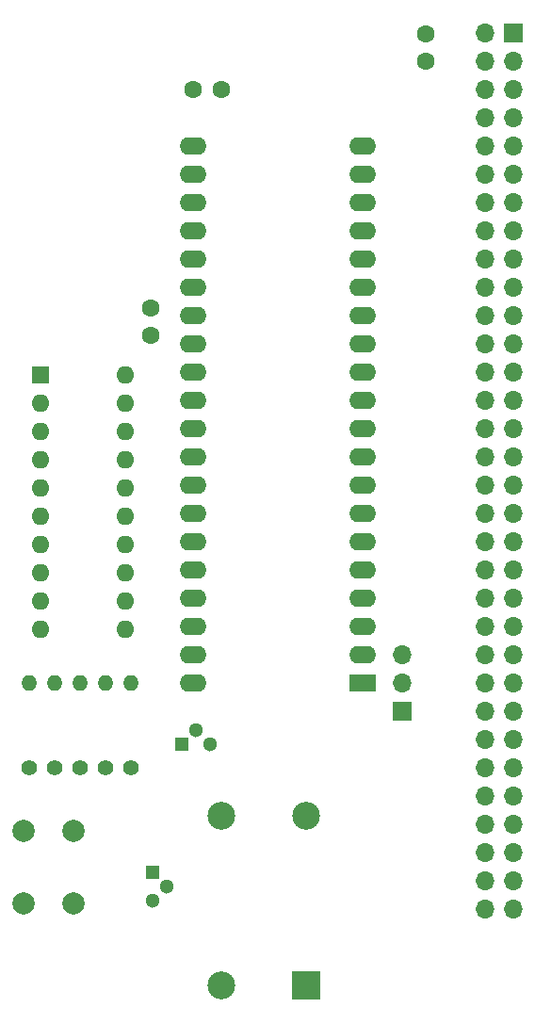
<source format=gts>
G04 #@! TF.GenerationSoftware,KiCad,Pcbnew,(6.0.1)*
G04 #@! TF.CreationDate,2022-09-17T15:16:17-04:00*
G04 #@! TF.ProjectId,LB-65CXX-01,4c422d36-3543-4585-982d-30312e6b6963,1*
G04 #@! TF.SameCoordinates,Original*
G04 #@! TF.FileFunction,Soldermask,Top*
G04 #@! TF.FilePolarity,Negative*
%FSLAX46Y46*%
G04 Gerber Fmt 4.6, Leading zero omitted, Abs format (unit mm)*
G04 Created by KiCad (PCBNEW (6.0.1)) date 2022-09-17 15:16:17*
%MOMM*%
%LPD*%
G01*
G04 APERTURE LIST*
%ADD10R,1.300000X1.300000*%
%ADD11C,1.300000*%
%ADD12R,1.700000X1.700000*%
%ADD13O,1.700000X1.700000*%
%ADD14R,2.400000X1.600000*%
%ADD15O,2.400000X1.600000*%
%ADD16C,1.400000*%
%ADD17O,1.400000X1.400000*%
%ADD18R,1.600000X1.600000*%
%ADD19O,1.600000X1.600000*%
%ADD20C,1.600000*%
%ADD21R,2.500000X2.500000*%
%ADD22C,2.500000*%
%ADD23C,2.000000*%
G04 APERTURE END LIST*
D10*
X147468000Y-130048000D03*
D11*
X148738000Y-131318000D03*
X147468000Y-132588000D03*
D12*
X179890000Y-54615000D03*
D13*
X177350000Y-54615000D03*
X179890000Y-57155000D03*
X177350000Y-57155000D03*
X179890000Y-59695000D03*
X177350000Y-59695000D03*
X179890000Y-62235000D03*
X177350000Y-62235000D03*
X179890000Y-64775000D03*
X177350000Y-64775000D03*
X179890000Y-67315000D03*
X177350000Y-67315000D03*
X179890000Y-69855000D03*
X177350000Y-69855000D03*
X179890000Y-72395000D03*
X177350000Y-72395000D03*
X179890000Y-74935000D03*
X177350000Y-74935000D03*
X179890000Y-77475000D03*
X177350000Y-77475000D03*
X179890000Y-80015000D03*
X177350000Y-80015000D03*
X179890000Y-82555000D03*
X177350000Y-82555000D03*
X179890000Y-85095000D03*
X177350000Y-85095000D03*
X179890000Y-87635000D03*
X177350000Y-87635000D03*
X179890000Y-90175000D03*
X177350000Y-90175000D03*
X179890000Y-92715000D03*
X177350000Y-92715000D03*
X179890000Y-95255000D03*
X177350000Y-95255000D03*
X179890000Y-97795000D03*
X177350000Y-97795000D03*
X179890000Y-100335000D03*
X177350000Y-100335000D03*
X179890000Y-102875000D03*
X177350000Y-102875000D03*
X179890000Y-105415000D03*
X177350000Y-105415000D03*
X179890000Y-107955000D03*
X177350000Y-107955000D03*
X179890000Y-110495000D03*
X177350000Y-110495000D03*
X179890000Y-113035000D03*
X177350000Y-113035000D03*
X179890000Y-115575000D03*
X177350000Y-115575000D03*
X179890000Y-118115000D03*
X177350000Y-118115000D03*
X179890000Y-120655000D03*
X177350000Y-120655000D03*
X179890000Y-123195000D03*
X177350000Y-123195000D03*
X179890000Y-125735000D03*
X177350000Y-125735000D03*
X179890000Y-128275000D03*
X177350000Y-128275000D03*
X179890000Y-130815000D03*
X177350000Y-130815000D03*
X179890000Y-133355000D03*
X177350000Y-133355000D03*
D14*
X166375000Y-113025000D03*
D15*
X166375000Y-110485000D03*
X166375000Y-107945000D03*
X166375000Y-105405000D03*
X166375000Y-102865000D03*
X166375000Y-100325000D03*
X166375000Y-97785000D03*
X166375000Y-95245000D03*
X166375000Y-92705000D03*
X166375000Y-90165000D03*
X166375000Y-87625000D03*
X166375000Y-85085000D03*
X166375000Y-82545000D03*
X166375000Y-80005000D03*
X166375000Y-77465000D03*
X166375000Y-74925000D03*
X166375000Y-72385000D03*
X166375000Y-69845000D03*
X166375000Y-67305000D03*
X166375000Y-64765000D03*
X151135000Y-64765000D03*
X151135000Y-67305000D03*
X151135000Y-69845000D03*
X151135000Y-72385000D03*
X151135000Y-74925000D03*
X151135000Y-77465000D03*
X151135000Y-80005000D03*
X151135000Y-82545000D03*
X151135000Y-85085000D03*
X151135000Y-87625000D03*
X151135000Y-90165000D03*
X151135000Y-92705000D03*
X151135000Y-95245000D03*
X151135000Y-97785000D03*
X151135000Y-100325000D03*
X151135000Y-102865000D03*
X151135000Y-105405000D03*
X151135000Y-107945000D03*
X151135000Y-110485000D03*
X151135000Y-113025000D03*
D16*
X145542000Y-120650000D03*
D17*
X145542000Y-113030000D03*
D16*
X140970000Y-120650000D03*
D17*
X140970000Y-113030000D03*
D16*
X136398000Y-120650000D03*
D17*
X136398000Y-113030000D03*
D10*
X150130000Y-118470000D03*
D11*
X151400000Y-117200000D03*
X152670000Y-118470000D03*
D16*
X143256000Y-120650000D03*
D17*
X143256000Y-113030000D03*
D12*
X169926000Y-115555000D03*
D13*
X169926000Y-113015000D03*
X169926000Y-110475000D03*
D18*
X137424000Y-85349000D03*
D19*
X137424000Y-87889000D03*
X137424000Y-90429000D03*
X137424000Y-92969000D03*
X137424000Y-95509000D03*
X137424000Y-98049000D03*
X137424000Y-100589000D03*
X137424000Y-103129000D03*
X137424000Y-105669000D03*
X137424000Y-108209000D03*
X145044000Y-108209000D03*
X145044000Y-105669000D03*
X145044000Y-103129000D03*
X145044000Y-100589000D03*
X145044000Y-98049000D03*
X145044000Y-95509000D03*
X145044000Y-92969000D03*
X145044000Y-90429000D03*
X145044000Y-87889000D03*
X145044000Y-85349000D03*
D20*
X151150000Y-59690000D03*
X153650000Y-59690000D03*
D21*
X161290000Y-140208000D03*
D22*
X161290000Y-124968000D03*
X153670000Y-124968000D03*
X153670000Y-140208000D03*
D20*
X172085000Y-57130000D03*
X172085000Y-54630000D03*
D23*
X135926000Y-132790000D03*
X135926000Y-126290000D03*
X140426000Y-132790000D03*
X140426000Y-126290000D03*
D16*
X138684000Y-120650000D03*
D17*
X138684000Y-113030000D03*
D20*
X147320000Y-81768000D03*
X147320000Y-79268000D03*
M02*

</source>
